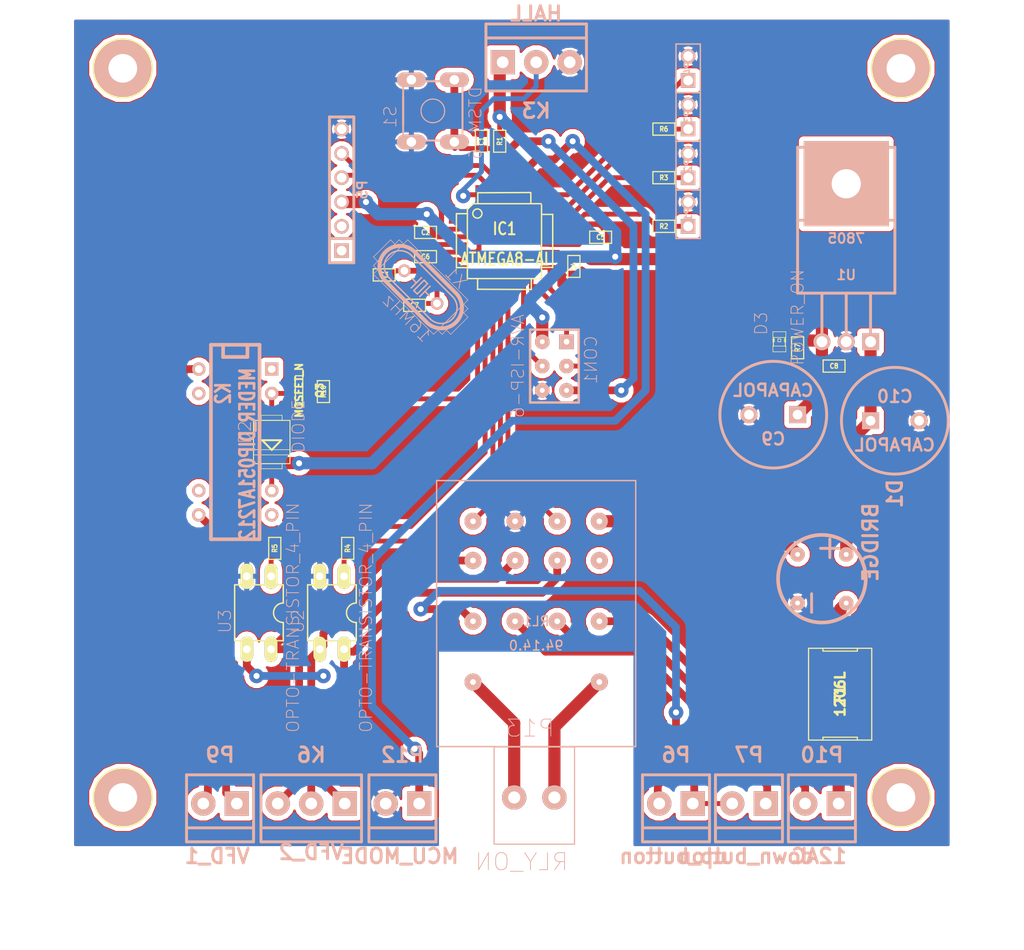
<source format=kicad_pcb>
(kicad_pcb (version 3) (host pcbnew "(2013-02-14 BZR 3950)-testing")
  (layers (15 F.Cu signal) (0 B.Cu signal) (18 B.Paste user) (19 F.Paste user) (20 B.SilkS user) (21 F.SilkS user) (22 B.Mask user) (23 F.Mask user) (28 Edge.Cuts user))
  (net 0 "")
  (net 1 /+V)
  (net 2 /SC)
  (net 3 /analog_input)
  (net 4 /db_bot)
  (net 5 /db_top)
  (net 6 /digital_input0)
  (net 7 /digital_input1)
  (net 8 /down_button_sense)
  (net 9 /down_switch)
  (net 10 /hall_sensor)
  (net 11 /mode_programming)
  (net 12 /reset)
  (net 13 /rxd)
  (net 14 /speed_select)
  (net 15 /txd)
  (net 16 /ub_top)
  (net 17 /up_button_sense)
  (net 18 /up_switch)
  (net 19 GND)
  (net 20 N-000001)
  (net 21 N-0000011)
  (net 22 N-0000012)
  (net 23 N-0000013)
  (net 24 N-0000015)
  (net 25 N-0000016)
  (net 26 N-0000017)
  (net 27 N-000002)
  (net 28 N-0000024)
  (net 29 N-0000027)
  (net 30 N-0000028)
  (net 31 N-0000034)
  (net 32 N-0000037)
  (net 33 N-0000038)
  (net 34 N-0000039)
  (net 35 N-000004)
  (net 36 N-0000042)
  (net 37 N-0000043)
  (net 38 N-0000044)
  (net 39 N-0000045)
  (net 40 N-0000046)
  (net 41 N-0000047)
  (net 42 N-0000049)
  (net 43 N-0000056)
  (net 44 VCC)
  (module led-CHIP-LED0805 (layer F.Cu) (at 165.735 90.17)
    (fp_text reference D3 (at -1.905 -1.905 90) (layer B.SilkS) (effects (font (size 1.27 1.27) (thickness 0.0889))))
    (fp_text value POWER_ON (at 1.905 -2.54 90) (layer B.SilkS) (effects (font (size 1.27 1.27) (thickness 0.0889))))
    (pad 1 smd rect (at 0 1.04902) (size 1.19888 1.19888) (layers F.Cu F.Paste F.Mask) (net 30 N-0000028))
    (pad 2 smd rect (at 0 -1.04902) (size 1.19888 1.19888) (layers F.Cu F.Paste F.Mask) (net 19 GND))
  )
  (module connect-CLAMP-02 (layer B.Cu) (at 142.24 137.795 180)
    (fp_text reference P13 (at 2.54 7.23646 180) (layer B.SilkS) (effects (font (size 1.778 1.778) (thickness 0.0889)) (justify mirror)))
    (fp_text value RLY_ON (at 3.429 -6.731 180) (layer B.SilkS) (effects (font (size 1.778 1.778) (thickness 0.0889)) (justify mirror)))
    (pad 1 thru_hole circle (at 0 0 180) (size 2.54 2.54) (drill 1.27) (layers *.Cu B.Paste B.SilkS B.Mask) (net 39 N-0000045))
    (pad 2 thru_hole circle (at 4.20116 0 180) (size 2.54 2.54) (drill 1.27) (layers *.Cu B.Paste B.SilkS B.Mask) (net 41 N-0000047))
  )
  (module atmel-AVR-ISP-6 (layer B.Cu) (at 142.24 92.71 270)
    (fp_text reference CON1 (at -0.635 -3.81 270) (layer B.SilkS) (effects (font (size 1.27 1.27) (thickness 0.0889)) (justify mirror)))
    (fp_text value AVR-ISP-6 (at 0 3.81 270) (layer B.SilkS) (effects (font (size 1.27 1.27) (thickness 0.0889)) (justify mirror)))
    (pad 1 thru_hole rect (at -2.54 -1.27 270) (size 1.524 0) (drill 1.016) (layers *.Cu B.Paste B.SilkS B.Mask) (net 23 N-0000013))
    (pad 2 thru_hole circle (at -2.54 1.27 270) (size 1.524 1.524) (drill 0.508) (layers *.Cu B.Paste B.SilkS B.Mask) (net 44 VCC))
    (pad 3 thru_hole circle (at 0 -1.27 270) (size 1.524 1.524) (drill 0.508) (layers *.Cu B.Paste B.SilkS B.Mask) (net 22 N-0000012))
    (pad 4 thru_hole circle (at 0 1.27 270) (size 1.524 1.524) (drill 0.508) (layers *.Cu B.Paste B.SilkS B.Mask) (net 21 N-0000011))
    (pad 5 thru_hole circle (at 2.54 -1.27 270) (size 1.524 1.524) (drill 0.508) (layers *.Cu B.Paste B.SilkS B.Mask) (net 12 /reset))
    (pad 6 thru_hole circle (at 2.54 1.27 270) (size 1.524 1.524) (drill 0.508) (layers *.Cu B.Paste B.SilkS B.Mask) (net 19 GND))
    (pad 1 thru_hole rect (at -2.54 -1.27 270) (size 1.524 1.524) (drill 0.59944) (layers *.Cu *.Mask B.SilkS) (net 23 N-0000013))
  )
  (module TO220 (layer B.Cu) (at 172.72 90.17 90)
    (fp_text reference U1 (at 6.985 0 360) (layer B.SilkS) (effects (font (size 1.016 1.016) (thickness 0.2032)) (justify mirror)))
    (fp_text value 7805 (at 10.795 0 360) (layer B.SilkS) (effects (font (size 1.016 1.016) (thickness 0.2032)) (justify mirror)))
    (pad 1 thru_hole rect (at 0 2.54 90) (size 1.778 1.778) (drill 1.143) (layers *.Cu *.Mask B.SilkS) (net 40 N-0000046))
    (pad 2 thru_hole circle (at 0 0 90) (size 1.778 1.778) (drill 1.143) (layers *.Cu *.Mask B.SilkS) (net 19 GND))
    (pad 3 thru_hole circle (at 0 -2.54 90) (size 1.778 1.778) (drill 1.143) (layers *.Cu *.Mask B.SilkS) (net 44 VCC))
    (pad 4 thru_hole rect (at 16.51 0 90) (size 8.89 8.89) (drill 3.048) (layers *.Cu *.SilkS *.Mask))
  )
  (module TQFP32 (layer F.Cu) (at 137.033 79.629)
    (fp_text reference IC1 (at 0 -1.27) (layer F.SilkS) (effects (font (size 1.27 1.016) (thickness 0.2032))))
    (fp_text value ATMEGA8-AI (at 0 1.905) (layer F.SilkS) (effects (font (size 1.27 1.016) (thickness 0.2032))))
    (pad 8 smd rect (at -4.81584 2.77622) (size 1.99898 0.44958) (layers F.Cu F.Paste F.Mask) (net 36 N-0000042))
    (pad 7 smd rect (at -4.81584 1.97612) (size 1.99898 0.44958) (layers F.Cu F.Paste F.Mask) (net 43 N-0000056))
    (pad 6 smd rect (at -4.81584 1.17602) (size 1.99898 0.44958) (layers F.Cu F.Paste F.Mask) (net 44 VCC))
    (pad 5 smd rect (at -4.81584 0.37592) (size 1.99898 0.44958) (layers F.Cu F.Paste F.Mask) (net 19 GND))
    (pad 4 smd rect (at -4.81584 -0.42418) (size 1.99898 0.44958) (layers F.Cu F.Paste F.Mask) (net 44 VCC))
    (pad 3 smd rect (at -4.81584 -1.22428) (size 1.99898 0.44958) (layers F.Cu F.Paste F.Mask) (net 19 GND))
    (pad 2 smd rect (at -4.81584 -2.02438) (size 1.99898 0.44958) (layers F.Cu F.Paste F.Mask))
    (pad 1 smd rect (at -4.81584 -2.82448) (size 1.99898 0.44958) (layers F.Cu F.Paste F.Mask))
    (pad 24 smd rect (at 4.7498 -2.8194) (size 1.99898 0.44958) (layers F.Cu F.Paste F.Mask) (net 25 N-0000016))
    (pad 17 smd rect (at 4.7498 2.794) (size 1.99898 0.44958) (layers F.Cu F.Paste F.Mask) (net 22 N-0000012))
    (pad 18 smd rect (at 4.7498 1.9812) (size 1.99898 0.44958) (layers F.Cu F.Paste F.Mask) (net 44 VCC))
    (pad 19 smd rect (at 4.7498 1.1684) (size 1.99898 0.44958) (layers F.Cu F.Paste F.Mask))
    (pad 20 smd rect (at 4.7498 0.381) (size 1.99898 0.44958) (layers F.Cu F.Paste F.Mask) (net 42 N-0000049))
    (pad 21 smd rect (at 4.7498 -0.4318) (size 1.99898 0.44958) (layers F.Cu F.Paste F.Mask) (net 19 GND))
    (pad 22 smd rect (at 4.7498 -1.2192) (size 1.99898 0.44958) (layers F.Cu F.Paste F.Mask) (net 37 N-0000043))
    (pad 23 smd rect (at 4.7498 -2.032) (size 1.99898 0.44958) (layers F.Cu F.Paste F.Mask) (net 38 N-0000044))
    (pad 32 smd rect (at -2.82448 -4.826) (size 0.44958 1.99898) (layers F.Cu F.Paste F.Mask) (net 10 /hall_sensor))
    (pad 31 smd rect (at -2.02692 -4.826) (size 0.44958 1.99898) (layers F.Cu F.Paste F.Mask) (net 15 /txd))
    (pad 30 smd rect (at -1.22428 -4.826) (size 0.44958 1.99898) (layers F.Cu F.Paste F.Mask) (net 13 /rxd))
    (pad 29 smd rect (at -0.42672 -4.826) (size 0.44958 1.99898) (layers F.Cu F.Paste F.Mask) (net 12 /reset))
    (pad 28 smd rect (at 0.37592 -4.826) (size 0.44958 1.99898) (layers F.Cu F.Paste F.Mask))
    (pad 27 smd rect (at 1.17348 -4.826) (size 0.44958 1.99898) (layers F.Cu F.Paste F.Mask))
    (pad 26 smd rect (at 1.97612 -4.826) (size 0.44958 1.99898) (layers F.Cu F.Paste F.Mask) (net 11 /mode_programming))
    (pad 25 smd rect (at 2.77368 -4.826) (size 0.44958 1.99898) (layers F.Cu F.Paste F.Mask) (net 24 N-0000015))
    (pad 9 smd rect (at -2.8194 4.7752) (size 0.44958 1.99898) (layers F.Cu F.Paste F.Mask) (net 14 /speed_select))
    (pad 10 smd rect (at -2.032 4.7752) (size 0.44958 1.99898) (layers F.Cu F.Paste F.Mask) (net 9 /down_switch))
    (pad 11 smd rect (at -1.2192 4.7752) (size 0.44958 1.99898) (layers F.Cu F.Paste F.Mask) (net 18 /up_switch))
    (pad 12 smd rect (at -0.4318 4.7752) (size 0.44958 1.99898) (layers F.Cu F.Paste F.Mask) (net 17 /up_button_sense))
    (pad 13 smd rect (at 0.3556 4.7752) (size 0.44958 1.99898) (layers F.Cu F.Paste F.Mask) (net 8 /down_button_sense))
    (pad 14 smd rect (at 1.1684 4.7752) (size 0.44958 1.99898) (layers F.Cu F.Paste F.Mask))
    (pad 15 smd rect (at 1.9812 4.7752) (size 0.44958 1.99898) (layers F.Cu F.Paste F.Mask) (net 21 N-0000011))
    (pad 16 smd rect (at 2.794 4.7752) (size 0.44958 1.99898) (layers F.Cu F.Paste F.Mask) (net 23 N-0000013))
  )
  (module SM0603 (layer F.Cu) (at 153.67 78.105)
    (fp_text reference R2 (at 0 0) (layer F.SilkS) (effects (font (size 0.508 0.4572) (thickness 0.1143))))
    (fp_text value R hide)
    (pad 1 smd rect (at -0.762 0) (size 0.635 1.143) (layers F.Cu F.Paste F.Mask) (net 37 N-0000043))
    (pad 2 smd rect (at 0.762 0) (size 0.635 1.143) (layers F.Cu F.Paste F.Mask) (net 26 N-0000017))
  )
  (module SM0603 (layer F.Cu) (at 153.67 73.025)
    (fp_text reference R3 (at 0 0) (layer F.SilkS) (effects (font (size 0.508 0.4572) (thickness 0.1143))))
    (fp_text value R hide)
    (pad 1 smd rect (at -0.762 0) (size 0.635 1.143) (layers F.Cu F.Paste F.Mask) (net 38 N-0000044))
    (pad 2 smd rect (at 0.762 0) (size 0.635 1.143) (layers F.Cu F.Paste F.Mask) (net 20 N-000001))
  )
  (module SM0603 (layer F.Cu) (at 153.67 67.945)
    (fp_text reference R6 (at 0 0) (layer F.SilkS) (effects (font (size 0.508 0.4572) (thickness 0.1143))))
    (fp_text value R hide)
    (pad 1 smd rect (at -0.762 0) (size 0.635 1.143) (layers F.Cu F.Paste F.Mask) (net 25 N-0000016))
    (pad 2 smd rect (at 0.762 0) (size 0.635 1.143) (layers F.Cu F.Paste F.Mask) (net 27 N-000002))
  )
  (module SM0603 (layer F.Cu) (at 136.525 69.215 90)
    (fp_text reference R1 (at 0 0 90) (layer F.SilkS) (effects (font (size 0.508 0.4572) (thickness 0.1143))))
    (fp_text value R hide)
    (pad 1 smd rect (at -0.762 0 90) (size 0.635 1.143) (layers F.Cu F.Paste F.Mask) (net 12 /reset))
    (pad 2 smd rect (at 0.762 0 90) (size 0.635 1.143) (layers F.Cu F.Paste F.Mask) (net 44 VCC))
  )
  (module SM0603 (layer F.Cu) (at 120.65 111.76 270)
    (fp_text reference R4 (at 0 0 270) (layer F.SilkS) (effects (font (size 0.508 0.4572) (thickness 0.1143))))
    (fp_text value R hide)
    (pad 1 smd rect (at -0.762 0 270) (size 0.635 1.143) (layers F.Cu F.Paste F.Mask) (net 18 /up_switch))
    (pad 2 smd rect (at 0.762 0 270) (size 0.635 1.143) (layers F.Cu F.Paste F.Mask) (net 29 N-0000027))
  )
  (module SM0603 (layer F.Cu) (at 113.03 111.76 270)
    (fp_text reference R5 (at 0 0 270) (layer F.SilkS) (effects (font (size 0.508 0.4572) (thickness 0.1143))))
    (fp_text value R hide)
    (pad 1 smd rect (at -0.762 0 270) (size 0.635 1.143) (layers F.Cu F.Paste F.Mask) (net 9 /down_switch))
    (pad 2 smd rect (at 0.762 0 270) (size 0.635 1.143) (layers F.Cu F.Paste F.Mask) (net 28 N-0000024))
  )
  (module SM0603 (layer F.Cu) (at 118.11 95.377 90)
    (fp_text reference R10 (at 0 0 90) (layer F.SilkS) (effects (font (size 0.508 0.4572) (thickness 0.1143))))
    (fp_text value R hide)
    (pad 1 smd rect (at -0.762 0 90) (size 0.635 1.143) (layers F.Cu F.Paste F.Mask) (net 14 /speed_select))
    (pad 2 smd rect (at 0.762 0 90) (size 0.635 1.143) (layers F.Cu F.Paste F.Mask) (net 19 GND))
  )
  (module PIN_ARRAY_2X1 (layer B.Cu) (at 156.21 61.595 90)
    (fp_text reference P4 (at 0 0 90) (layer B.SilkS) (effects (font (size 0.762 0.762) (thickness 0.1524)) (justify mirror)))
    (fp_text value PROGRAM_BUTTON hide)
    (pad 1 thru_hole rect (at -1.27 0 90) (size 1.524 1.524) (drill 1.016) (layers *.Cu *.Mask B.SilkS) (net 24 N-0000015))
    (pad 2 thru_hole circle (at 1.27 0 90) (size 1.524 1.524) (drill 1.016) (layers *.Cu *.Mask B.SilkS) (net 19 GND))
  )
  (module PIN_ARRAY_2X1 (layer B.Cu) (at 156.21 76.835 90)
    (fp_text reference P1 (at 0 0 90) (layer B.SilkS) (effects (font (size 0.762 0.762) (thickness 0.1524)) (justify mirror)))
    (fp_text value LED_BOTTOM hide)
    (pad 1 thru_hole rect (at -1.27 0 90) (size 1.524 1.524) (drill 1.016) (layers *.Cu *.Mask B.SilkS) (net 26 N-0000017))
    (pad 2 thru_hole circle (at 1.27 0 90) (size 1.524 1.524) (drill 1.016) (layers *.Cu *.Mask B.SilkS) (net 19 GND))
  )
  (module PIN_ARRAY_2X1 (layer B.Cu) (at 156.21 66.675 90)
    (fp_text reference P3 (at 0 0 90) (layer B.SilkS) (effects (font (size 0.762 0.762) (thickness 0.1524)) (justify mirror)))
    (fp_text value LED_TOP hide)
    (pad 1 thru_hole rect (at -1.27 0 90) (size 1.524 1.524) (drill 1.016) (layers *.Cu *.Mask B.SilkS) (net 27 N-000002))
    (pad 2 thru_hole circle (at 1.27 0 90) (size 1.524 1.524) (drill 1.016) (layers *.Cu *.Mask B.SilkS) (net 19 GND))
  )
  (module PIN_ARRAY_2X1 (layer B.Cu) (at 156.21 71.755 90)
    (fp_text reference P2 (at 0 0 90) (layer B.SilkS) (effects (font (size 0.762 0.762) (thickness 0.1524)) (justify mirror)))
    (fp_text value LED_MIDDLE hide)
    (pad 1 thru_hole rect (at -1.27 0 90) (size 1.524 1.524) (drill 1.016) (layers *.Cu *.Mask B.SilkS) (net 20 N-000001))
    (pad 2 thru_hole circle (at 1.27 0 90) (size 1.524 1.524) (drill 1.016) (layers *.Cu *.Mask B.SilkS) (net 19 GND))
  )
  (module SM0603_Capa (layer F.Cu) (at 171.45 92.71)
    (fp_text reference C8 (at 0 0) (layer F.SilkS) (effects (font (size 0.508 0.4572) (thickness 0.1143))))
    (fp_text value C hide)
    (pad 1 smd rect (at -0.762 0) (size 0.635 1.143) (layers F.Cu F.Paste F.Mask) (net 44 VCC))
    (pad 2 smd rect (at 0.762 0) (size 0.635 1.143) (layers F.Cu F.Paste F.Mask) (net 19 GND))
  )
  (module SM0603_Capa (layer F.Cu) (at 127.635 86.36)
    (fp_text reference C7 (at 0 0) (layer F.SilkS) (effects (font (size 0.508 0.4572) (thickness 0.1143))))
    (fp_text value 18pF hide)
    (pad 1 smd rect (at -0.762 0) (size 0.635 1.143) (layers F.Cu F.Paste F.Mask) (net 19 GND))
    (pad 2 smd rect (at 0.762 0) (size 0.635 1.143) (layers F.Cu F.Paste F.Mask) (net 36 N-0000042))
  )
  (module SM0603_Capa (layer F.Cu) (at 147.066 79.248 180)
    (fp_text reference C5 (at 0 0 180) (layer F.SilkS) (effects (font (size 0.508 0.4572) (thickness 0.1143))))
    (fp_text value C hide)
    (pad 1 smd rect (at -0.762 0 180) (size 0.635 1.143) (layers F.Cu F.Paste F.Mask) (net 19 GND))
    (pad 2 smd rect (at 0.762 0 180) (size 0.635 1.143) (layers F.Cu F.Paste F.Mask) (net 42 N-0000049))
  )
  (module SM0603_Capa (layer F.Cu) (at 144.272 82.296 90)
    (fp_text reference C4 (at 0 0 90) (layer F.SilkS) (effects (font (size 0.508 0.4572) (thickness 0.1143))))
    (fp_text value C hide)
    (pad 1 smd rect (at -0.762 0 90) (size 0.635 1.143) (layers F.Cu F.Paste F.Mask) (net 19 GND))
    (pad 2 smd rect (at 0.762 0 90) (size 0.635 1.143) (layers F.Cu F.Paste F.Mask) (net 44 VCC))
  )
  (module SM0603_Capa (layer F.Cu) (at 128.778 81.28)
    (fp_text reference C6 (at 0 0) (layer F.SilkS) (effects (font (size 0.508 0.4572) (thickness 0.1143))))
    (fp_text value C hide)
    (pad 1 smd rect (at -0.762 0) (size 0.635 1.143) (layers F.Cu F.Paste F.Mask) (net 19 GND))
    (pad 2 smd rect (at 0.762 0) (size 0.635 1.143) (layers F.Cu F.Paste F.Mask) (net 44 VCC))
  )
  (module SM0603_Capa (layer F.Cu) (at 124.46 83.185)
    (fp_text reference C3 (at 0 0) (layer F.SilkS) (effects (font (size 0.508 0.4572) (thickness 0.1143))))
    (fp_text value 18pF hide)
    (pad 1 smd rect (at -0.762 0) (size 0.635 1.143) (layers F.Cu F.Paste F.Mask) (net 19 GND))
    (pad 2 smd rect (at 0.762 0) (size 0.635 1.143) (layers F.Cu F.Paste F.Mask) (net 43 N-0000056))
  )
  (module SM0603_Capa (layer F.Cu) (at 134.62 69.215 90)
    (fp_text reference C1 (at 0 0 90) (layer F.SilkS) (effects (font (size 0.508 0.4572) (thickness 0.1143))))
    (fp_text value C hide)
    (pad 1 smd rect (at -0.762 0 90) (size 0.635 1.143) (layers F.Cu F.Paste F.Mask) (net 12 /reset))
    (pad 2 smd rect (at 0.762 0 90) (size 0.635 1.143) (layers F.Cu F.Paste F.Mask) (net 19 GND))
  )
  (module SM0603_Capa (layer F.Cu) (at 128.778 78.74 180)
    (fp_text reference C2 (at 0 0 180) (layer F.SilkS) (effects (font (size 0.508 0.4572) (thickness 0.1143))))
    (fp_text value C hide)
    (pad 1 smd rect (at -0.762 0 180) (size 0.635 1.143) (layers F.Cu F.Paste F.Mask) (net 44 VCC))
    (pad 2 smd rect (at 0.762 0 180) (size 0.635 1.143) (layers F.Cu F.Paste F.Mask) (net 19 GND))
  )
  (module diode-SMB (layer F.Cu) (at 112.7125 100.6475 90)
    (fp_text reference D2 (at 1.016 -2.794 90) (layer B.SilkS) (effects (font (size 1.27 1.27) (thickness 0.0889))))
    (fp_text value DIODE (at 1.651 2.794 90) (layer B.SilkS) (effects (font (size 1.27 1.27) (thickness 0.0889))))
    (pad 1 smd rect (at 2.19964 0 90) (size 2.39776 2.39776) (layers F.Cu F.Paste F.Mask) (net 31 N-0000034))
    (pad 2 smd rect (at -2.19964 0 90) (size 2.39776 2.39776) (layers F.Cu F.Paste F.Mask) (net 44 VCC))
  )
  (module SOT23GDS (layer F.Cu) (at 115.57 95.25 270)
    (fp_text reference Q3 (at 0 -2.159 270) (layer F.SilkS) (effects (font (size 0.762 0.762) (thickness 0.2032))))
    (fp_text value MOSFET_N (at 0 0 270) (layer F.SilkS) (effects (font (size 0.762 0.762) (thickness 0.2032))))
    (pad S smd rect (at -0.889 -1.016 270) (size 0.9144 0.9144) (layers F.Cu F.Paste F.Mask) (net 19 GND))
    (pad G smd rect (at 0.889 -1.016 270) (size 0.9144 0.9144) (layers F.Cu F.Paste F.Mask) (net 14 /speed_select))
    (pad D smd rect (at 0 1.016 270) (size 0.9144 0.9144) (layers F.Cu F.Paste F.Mask) (net 31 N-0000034))
  )
  (module C2V10 (layer B.Cu) (at 177.8 98.425)
    (fp_text reference C10 (at 0 -2.54) (layer B.SilkS) (effects (font (size 1.27 1.27) (thickness 0.254)) (justify mirror)))
    (fp_text value CAPAPOL (at 0 2.54) (layer B.SilkS) (effects (font (size 1.27 1.27) (thickness 0.254)) (justify mirror)))
    (pad 1 thru_hole rect (at -2.54 0) (size 1.778 1.778) (drill 1.016) (layers *.Cu *.Mask B.SilkS) (net 40 N-0000046))
    (pad 2 thru_hole circle (at 2.54 0) (size 1.778 1.778) (drill 1.016) (layers *.Cu *.Mask B.SilkS) (net 19 GND))
  )
  (module C2V10 (layer B.Cu) (at 165.1 97.79 180)
    (fp_text reference C9 (at 0 -2.54 180) (layer B.SilkS) (effects (font (size 1.27 1.27) (thickness 0.254)) (justify mirror)))
    (fp_text value CAPAPOL (at 0 2.54 180) (layer B.SilkS) (effects (font (size 1.27 1.27) (thickness 0.254)) (justify mirror)))
    (pad 1 thru_hole rect (at -2.54 0 180) (size 1.778 1.778) (drill 1.016) (layers *.Cu *.Mask B.SilkS) (net 44 VCC))
    (pad 2 thru_hole circle (at 2.54 0 180) (size 1.778 1.778) (drill 1.016) (layers *.Cu *.Mask B.SilkS) (net 19 GND))
  )
  (module Bridge-rond (layer B.Cu) (at 172.72 117.475 90)
    (fp_text reference D1 (at 11.43 5.08 90) (layer B.SilkS) (effects (font (size 1.524 1.524) (thickness 0.3048)) (justify mirror)))
    (fp_text value BRIDGE (at 6.35 2.54 90) (layer B.SilkS) (effects (font (size 1.524 1.524) (thickness 0.3048)) (justify mirror)))
    (fp_text user + (at 5.715 -1.905 90) (layer B.SilkS) (effects (font (size 2.54 2.54) (thickness 0.3048)) (justify mirror)))
    (fp_text user - (at 0 -3.81 90) (layer B.SilkS) (effects (font (size 2.54 2.54) (thickness 0.3048)) (justify mirror)))
    (pad 1 thru_hole circle (at 0 -5.08 90) (size 1.524 1.524) (drill 0.508) (layers *.Cu *.SilkS *.Mask) (net 19 GND))
    (pad 2 thru_hole circle (at 5.08 -5.08 90) (size 1.524 1.524) (drill 0.508) (layers *.Cu *.SilkS *.Mask) (net 32 N-0000037))
    (pad 3 thru_hole circle (at 5.08 0 90) (size 1.524 1.524) (drill 0.508) (layers *.Cu *.SilkS *.Mask) (net 40 N-0000046))
    (pad 4 thru_hole circle (at 0 0 90) (size 1.524 1.524) (drill 0.508) (layers *.Cu *.SilkS *.Mask) (net 35 N-000004))
  )
  (module crystal-HC49/S (layer B.Cu) (at 128.27 84.455 135)
    (fp_text reference X1 (at -1.905 3.302 135) (layer B.SilkS) (effects (font (size 1.27 1.27) (thickness 0.0889)) (justify mirror)))
    (fp_text value 16MHz (at -1.27 -3.302 135) (layer B.SilkS) (effects (font (size 1.27 1.27) (thickness 0.0889)) (justify mirror)))
    (pad 1 thru_hole circle (at -2.413 0 135) (size 1.3208 1.3208) (drill 0.8128) (layers *.Cu B.Paste B.SilkS B.Mask) (net 36 N-0000042))
    (pad 2 thru_hole circle (at 2.413 0 135) (size 1.3208 1.3208) (drill 0.8128) (layers *.Cu B.Paste B.SilkS B.Mask) (net 43 N-0000056))
  )
  (module optocoupler-2-DIL04 (layer F.Cu) (at 111.379 118.491 180)
    (fp_text reference U3 (at 3.556 -0.889 270) (layer B.SilkS) (effects (font (size 1.27 1.27) (thickness 0.0889))))
    (fp_text value OPTO-TRANSISTOR_4_PIN (at -3.556 -0.508 270) (layer B.SilkS) (effects (font (size 1.27 1.27) (thickness 0.0889))))
    (pad 1 thru_hole oval (at -1.27 3.81 180) (size 1.3208 2.6416) (drill 0.8128) (layers *.Cu F.Paste F.SilkS F.Mask) (net 28 N-0000024))
    (pad 2 thru_hole oval (at 1.27 3.81 180) (size 1.3208 2.6416) (drill 0.8128) (layers *.Cu F.Paste F.SilkS F.Mask) (net 19 GND))
    (pad 3 thru_hole oval (at 1.27 -3.81 180) (size 1.3208 2.6416) (drill 0.8128) (layers *.Cu F.Paste F.SilkS F.Mask) (net 2 /SC))
    (pad 4 thru_hole oval (at -1.27 -3.81 180) (size 1.3208 2.6416) (drill 0.8128) (layers *.Cu F.Paste F.SilkS F.Mask) (net 7 /digital_input1))
  )
  (module optocoupler-2-DIL04 (layer F.Cu) (at 118.999 118.491 180)
    (fp_text reference U2 (at 3.556 -0.889 270) (layer B.SilkS) (effects (font (size 1.27 1.27) (thickness 0.0889))))
    (fp_text value OPTO-TRANSISTOR_4_PIN (at -3.556 -0.508 270) (layer B.SilkS) (effects (font (size 1.27 1.27) (thickness 0.0889))))
    (pad 1 thru_hole oval (at -1.27 3.81 180) (size 1.3208 2.6416) (drill 0.8128) (layers *.Cu F.Paste F.SilkS F.Mask) (net 29 N-0000027))
    (pad 2 thru_hole oval (at 1.27 3.81 180) (size 1.3208 2.6416) (drill 0.8128) (layers *.Cu F.Paste F.SilkS F.Mask) (net 19 GND))
    (pad 3 thru_hole oval (at 1.27 -3.81 180) (size 1.3208 2.6416) (drill 0.8128) (layers *.Cu F.Paste F.SilkS F.Mask) (net 2 /SC))
    (pad 4 thru_hole oval (at -1.27 -3.81 180) (size 1.3208 2.6416) (drill 0.8128) (layers *.Cu F.Paste F.SilkS F.Mask) (net 6 /digital_input0))
  )
  (module 94.14.0 (layer B.Cu) (at 140.335 119.38 180)
    (fp_text reference RL1 (at 0 0 180) (layer B.SilkS) (effects (font (size 1.00076 1.00076) (thickness 0.14986)) (justify mirror)))
    (fp_text value 94.14.0 (at 0 -2.54 180) (layer B.SilkS) (effects (font (size 1.00076 1.00076) (thickness 0.14986)) (justify mirror)))
    (pad 10 thru_hole circle (at 2.19964 0 180) (size 1.778 1.778) (drill 0.59944) (layers *.Cu *.Mask B.SilkS) (net 4 /db_bot))
    (pad 11 thru_hole circle (at -2.19964 0 180) (size 1.778 1.778) (drill 0.59944) (layers *.Cu *.Mask B.SilkS) (net 5 /db_top))
    (pad 9 thru_hole circle (at 6.59892 0 180) (size 1.778 1.778) (drill 0.59944) (layers *.Cu *.Mask B.SilkS) (net 16 /ub_top))
    (pad 12 thru_hole circle (at -6.59892 0 180) (size 1.778 1.778) (drill 0.59944) (layers *.Cu *.Mask B.SilkS) (net 34 N-0000039))
    (pad 8 thru_hole circle (at -6.59892 6.35 180) (size 1.778 1.778) (drill 0.59944) (layers *.Cu *.Mask B.SilkS))
    (pad 7 thru_hole circle (at -2.19964 6.35 180) (size 1.778 1.778) (drill 0.59944) (layers *.Cu *.Mask B.SilkS) (net 6 /digital_input0))
    (pad 6 thru_hole circle (at 2.19964 6.35 180) (size 1.778 1.778) (drill 0.59944) (layers *.Cu *.Mask B.SilkS) (net 2 /SC))
    (pad 5 thru_hole circle (at 6.59892 6.35 180) (size 1.778 1.778) (drill 0.59944) (layers *.Cu *.Mask B.SilkS) (net 7 /digital_input1))
    (pad 1 thru_hole circle (at 6.59892 10.44956 180) (size 1.778 1.778) (drill 0.59944) (layers *.Cu *.Mask B.SilkS) (net 17 /up_button_sense))
    (pad 2 thru_hole circle (at 2.19964 10.44956 180) (size 1.778 1.778) (drill 0.59944) (layers *.Cu *.Mask B.SilkS) (net 19 GND))
    (pad 3 thru_hole circle (at -2.19964 10.44956 180) (size 1.778 1.778) (drill 0.59944) (layers *.Cu *.Mask B.SilkS) (net 8 /down_button_sense))
    (pad 4 thru_hole circle (at -6.59892 10.44956 180) (size 1.778 1.778) (drill 0.59944) (layers *.Cu *.Mask B.SilkS) (net 32 N-0000037))
    (pad 14 thru_hole circle (at -6.59892 -6.35 180) (size 1.778 1.778) (drill 0.59944) (layers *.Cu *.Mask B.SilkS) (net 39 N-0000045))
    (pad 13 thru_hole circle (at 6.59892 -6.35 180) (size 1.778 1.778) (drill 0.59944) (layers *.Cu *.Mask B.SilkS) (net 41 N-0000047))
  )
  (module conn35 (layer B.Cu) (at 162.56 138.43 180)
    (fp_text reference P7 (at 0 5.08 180) (layer B.SilkS) (effects (font (size 1.524 1.524) (thickness 0.3048)) (justify mirror)))
    (fp_text value down_button (at 0.29972 -5.4991 180) (layer B.SilkS) (effects (font (size 1.524 1.524) (thickness 0.3048)) (justify mirror)))
    (pad 1 thru_hole rect (at -1.75006 0 180) (size 2.54 2.54) (drill 1.22428) (layers *.Cu *.Mask B.SilkS) (net 5 /db_top))
    (pad 2 thru_hole circle (at 1.75006 0 180) (size 2.54 2.54) (drill 1.22428) (layers *.Cu *.Mask B.SilkS) (net 4 /db_bot))
  )
  (module conn35 (layer B.Cu) (at 170.18 138.43 180)
    (fp_text reference P10 (at 0 5.08 180) (layer B.SilkS) (effects (font (size 1.524 1.524) (thickness 0.3048)) (justify mirror)))
    (fp_text value 12AC (at 0.29972 -5.4991 180) (layer B.SilkS) (effects (font (size 1.524 1.524) (thickness 0.3048)) (justify mirror)))
    (pad 1 thru_hole rect (at -1.75006 0 180) (size 2.54 2.54) (drill 1.22428) (layers *.Cu *.Mask B.SilkS) (net 33 N-0000038))
    (pad 2 thru_hole circle (at 1.75006 0 180) (size 2.54 2.54) (drill 1.22428) (layers *.Cu *.Mask B.SilkS) (net 34 N-0000039))
  )
  (module conn35 (layer B.Cu) (at 154.94 138.43 180)
    (fp_text reference P6 (at 0 5.08 180) (layer B.SilkS) (effects (font (size 1.524 1.524) (thickness 0.3048)) (justify mirror)))
    (fp_text value up_button (at 0.29972 -5.4991 180) (layer B.SilkS) (effects (font (size 1.524 1.524) (thickness 0.3048)) (justify mirror)))
    (pad 1 thru_hole rect (at -1.75006 0 180) (size 2.54 2.54) (drill 1.22428) (layers *.Cu *.Mask B.SilkS) (net 4 /db_bot))
    (pad 2 thru_hole circle (at 1.75006 0 180) (size 2.54 2.54) (drill 1.22428) (layers *.Cu *.Mask B.SilkS) (net 16 /ub_top))
  )
  (module conn35 (layer B.Cu) (at 107.315 138.43 180)
    (fp_text reference P9 (at 0 5.08 180) (layer B.SilkS) (effects (font (size 1.524 1.524) (thickness 0.3048)) (justify mirror)))
    (fp_text value VFD_1 (at 0.29972 -5.4991 180) (layer B.SilkS) (effects (font (size 1.524 1.524) (thickness 0.3048)) (justify mirror)))
    (pad 1 thru_hole rect (at -1.75006 0 180) (size 2.54 2.54) (drill 1.22428) (layers *.Cu *.Mask B.SilkS) (net 1 /+V))
    (pad 2 thru_hole circle (at 1.75006 0 180) (size 2.54 2.54) (drill 1.22428) (layers *.Cu *.Mask B.SilkS) (net 3 /analog_input))
  )
  (module conn3_35 (layer B.Cu) (at 116.84 138.43 180)
    (fp_text reference K6 (at 0 5.08 180) (layer B.SilkS) (effects (font (size 1.524 1.524) (thickness 0.3048)) (justify mirror)))
    (fp_text value VFD_2 (at 0 -5.08 180) (layer B.SilkS) (effects (font (size 1.524 1.524) (thickness 0.3048)) (justify mirror)))
    (pad 1 thru_hole rect (at -3.50012 0 180) (size 2.54 2.54) (drill 1.22428) (layers *.Cu *.Mask B.SilkS) (net 6 /digital_input0))
    (pad 2 thru_hole circle (at 0 0 180) (size 2.54 2.54) (drill 1.22428) (layers *.Cu *.Mask B.SilkS) (net 2 /SC))
    (pad 3 thru_hole circle (at 3.50012 0 180) (size 2.54 2.54) (drill 1.22428) (layers *.Cu *.Mask B.SilkS) (net 7 /digital_input1))
  )
  (module conn35 (layer B.Cu) (at 126.365 138.43 180)
    (fp_text reference P12 (at 0 5.08 180) (layer B.SilkS) (effects (font (size 1.524 1.524) (thickness 0.3048)) (justify mirror)))
    (fp_text value MCU_MODE (at 0.29972 -5.4991 180) (layer B.SilkS) (effects (font (size 1.524 1.524) (thickness 0.3048)) (justify mirror)))
    (pad 1 thru_hole rect (at -1.75006 0 180) (size 2.54 2.54) (drill 1.22428) (layers *.Cu *.Mask B.SilkS) (net 11 /mode_programming))
    (pad 2 thru_hole circle (at 1.75006 0 180) (size 2.54 2.54) (drill 1.22428) (layers *.Cu *.Mask B.SilkS) (net 19 GND))
  )
  (module DIP-14_RELAY (layer B.Cu) (at 108.9025 100.6475 270)
    (fp_text reference K2 (at -5.08 1.27 270) (layer B.SilkS) (effects (font (size 1.524 1.143) (thickness 0.3048)) (justify mirror)))
    (fp_text value MEDER_DIP051A7212 (at 1.27 -1.27 270) (layer B.SilkS) (effects (font (size 1.524 1.143) (thickness 0.28702)) (justify mirror)))
    (pad 1 thru_hole rect (at -7.62 -3.81 270) (size 1.397 1.397) (drill 0.8128) (layers *.Cu *.Mask B.SilkS))
    (pad 2 thru_hole circle (at -5.08 -3.81 270) (size 1.397 1.397) (drill 0.8128) (layers *.Cu *.Mask B.SilkS) (net 31 N-0000034))
    (pad 6 thru_hole circle (at 5.08 -3.81 270) (size 1.397 1.397) (drill 0.8128) (layers *.Cu *.Mask B.SilkS) (net 44 VCC))
    (pad 7 thru_hole circle (at 7.62 -3.81 270) (size 1.397 1.397) (drill 0.8128) (layers *.Cu *.Mask B.SilkS))
    (pad 8 thru_hole circle (at 7.62 3.81 270) (size 1.397 1.397) (drill 0.8128) (layers *.Cu *.Mask B.SilkS) (net 1 /+V))
    (pad 9 thru_hole circle (at 5.08 3.81 270) (size 1.397 1.397) (drill 0.8128) (layers *.Cu *.Mask B.SilkS))
    (pad 13 thru_hole circle (at -5.08 3.81 270) (size 1.397 1.397) (drill 0.8128) (layers *.Cu *.Mask B.SilkS))
    (pad 14 thru_hole circle (at -7.62 3.81 270) (size 1.397 1.397) (drill 0.8128) (layers *.Cu *.Mask B.SilkS) (net 3 /analog_input))
  )
  (module switch-tact-DTS-6 (layer B.Cu) (at 129.54 66.04 270)
    (fp_text reference S1 (at 0.635 4.445 270) (layer B.SilkS) (effects (font (size 1.27 1.27) (thickness 0.0889)) (justify mirror)))
    (fp_text value DTSM-6 (at 1.27 -4.445 270) (layer B.SilkS) (effects (font (size 1.27 1.27) (thickness 0.0889)) (justify mirror)))
    (pad 1 thru_hole oval (at -3.24866 2.2479 270) (size 1.50622 3.01498) (drill 0.99822) (layers *.Cu B.Paste B.SilkS B.Mask) (net 19 GND))
    (pad 2 thru_hole oval (at 3.24866 2.2479 270) (size 1.50622 3.01498) (drill 0.99822) (layers *.Cu B.Paste B.SilkS B.Mask) (net 19 GND))
    (pad 3 thru_hole oval (at -3.24866 -2.2479 270) (size 1.50622 3.01498) (drill 0.99822) (layers *.Cu B.Paste B.SilkS B.Mask) (net 12 /reset))
    (pad 4 thru_hole oval (at 3.24866 -2.2479 270) (size 1.50622 3.01498) (drill 0.99822) (layers *.Cu B.Paste B.SilkS B.Mask) (net 12 /reset))
  )
  (module conn3_35 (layer B.Cu) (at 140.335 60.96)
    (fp_text reference K3 (at 0 5.08) (layer B.SilkS) (effects (font (size 1.524 1.524) (thickness 0.3048)) (justify mirror)))
    (fp_text value HALL (at 0 -5.08) (layer B.SilkS) (effects (font (size 1.524 1.524) (thickness 0.3048)) (justify mirror)))
    (pad 1 thru_hole rect (at -3.50012 0) (size 2.54 2.54) (drill 1.22428) (layers *.Cu *.Mask B.SilkS) (net 44 VCC))
    (pad 2 thru_hole circle (at 0 0) (size 2.54 2.54) (drill 1.22428) (layers *.Cu *.Mask B.SilkS) (net 10 /hall_sensor))
    (pad 3 thru_hole circle (at 3.50012 0) (size 2.54 2.54) (drill 1.22428) (layers *.Cu *.Mask B.SilkS) (net 19 GND))
  )
  (module HOLE_30 (layer F.Cu) (at 178.435 137.795)
    (fp_text reference HOLE (at 0 0) (layer F.SilkS) (effects (font (size 0.762 0.762) (thickness 0.1524))))
    (fp_text value Val** hide)
    (pad "" np_thru_hole circle (at 0 0) (size 5.99948 5.99948) (drill 2.99974) (layers *.Cu *.SilkS *.Mask))
  )
  (module HOLE_30 (layer F.Cu) (at 178.435 61.595)
    (fp_text reference HOLE (at 0 0) (layer F.SilkS) (effects (font (size 0.762 0.762) (thickness 0.1524))))
    (fp_text value Val** hide)
    (pad "" np_thru_hole circle (at 0 0) (size 5.99948 5.99948) (drill 2.99974) (layers *.Cu *.SilkS *.Mask))
  )
  (module HOLE_30 (layer F.Cu) (at 97.155 61.595)
    (fp_text reference HOLE (at 0 0) (layer F.SilkS) (effects (font (size 0.762 0.762) (thickness 0.1524))))
    (fp_text value Val** hide)
    (pad "" np_thru_hole circle (at 0 0) (size 5.99948 5.99948) (drill 2.99974) (layers *.Cu *.SilkS *.Mask))
  )
  (module HOLE_30 (layer F.Cu) (at 97.155 137.795)
    (fp_text reference HOLE (at 0 0) (layer F.SilkS) (effects (font (size 0.762 0.762) (thickness 0.1524))))
    (fp_text value Val** hide)
    (pad "" np_thru_hole circle (at 0 0) (size 5.99948 5.99948) (drill 2.99974) (layers *.Cu *.SilkS *.Mask))
  )
  (module SM0603 (layer F.Cu) (at 167.64 90.805 90)
    (fp_text reference R7 (at 0 0 90) (layer F.SilkS) (effects (font (size 0.508 0.4572) (thickness 0.1143))))
    (fp_text value 1k hide)
    (pad 1 smd rect (at -0.762 0 90) (size 0.635 1.143) (layers F.Cu F.Paste F.Mask) (net 30 N-0000028))
    (pad 2 smd rect (at 0.762 0 90) (size 0.635 1.143) (layers F.Cu F.Paste F.Mask) (net 44 VCC))
  )
  (module PIN_ARRAY-6X1 (layer B.Cu) (at 120.015 74.295 90)
    (fp_text reference P5 (at 0 2.159 90) (layer B.SilkS) (effects (font (size 1.016 1.016) (thickness 0.2032)) (justify mirror)))
    (fp_text value USB_UART hide)
    (pad 1 thru_hole rect (at -6.35 0 90) (size 1.524 1.524) (drill 1.016) (layers *.Cu *.Mask B.SilkS))
    (pad 2 thru_hole circle (at -3.81 0 90) (size 1.524 1.524) (drill 1.016) (layers *.Cu *.Mask B.SilkS))
    (pad 3 thru_hole circle (at -1.27 0 90) (size 1.524 1.524) (drill 1.016) (layers *.Cu *.Mask B.SilkS) (net 44 VCC))
    (pad 4 thru_hole circle (at 1.27 0 90) (size 1.524 1.524) (drill 1.016) (layers *.Cu *.Mask B.SilkS) (net 15 /txd))
    (pad 5 thru_hole circle (at 3.81 0 90) (size 1.524 1.524) (drill 1.016) (layers *.Cu *.Mask B.SilkS) (net 13 /rxd))
    (pad 6 thru_hole circle (at 6.35 0 90) (size 1.524 1.524) (drill 1.016) (layers *.Cu *.Mask B.SilkS) (net 19 GND))
  )
  (module ptc-littlefuse-3425L (layer F.Cu) (at 172.085 127 270)
    (fp_text reference F1 (at 0 0 270) (layer F.SilkS) (effects (font (size 1.016 1.016) (thickness 0.3048))))
    (fp_text value 1206L (at 0 0 270) (layer F.SilkS) (effects (font (size 1.016 1.016) (thickness 0.3048))))
    (pad P$1 smd rect (at -4.19862 0 270) (size 4.56946 2.28854) (layers F.Cu F.Paste F.Mask) (net 35 N-000004))
    (pad P$2 smd rect (at 4.19862 0 270) (size 4.56946 2.28854) (layers F.Cu F.Paste F.Mask) (net 33 N-0000038))
  )
  (segment (start 105.0925 108.2675) (end 107.95 111.125) (width 0.8128) (layer F.Cu) (net 1))
  (segment (start 107.95 111.125) (end 107.95 137.31494) (width 0.8128) (layer F.Cu) (net 1))
  (segment (start 107.95 137.31494) (end 109.06506 138.43) (width 0.8128) (layer F.Cu) (net 1))
  (segment (start 138.13536 113.03) (end 136.23036 114.935) (width 0.8128) (layer F.Cu) (net 2))
  (segment (start 118.11 121.92) (end 117.729 122.301) (width 0.8128) (layer F.Cu) (net 2))
  (segment (start 118.11 120.65) (end 118.11 121.92) (width 0.8128) (layer F.Cu) (net 2))
  (segment (start 118.745 120.015) (end 118.11 120.65) (width 0.8128) (layer F.Cu) (net 2))
  (segment (start 121.92 120.015) (end 118.745 120.015) (width 0.8128) (layer F.Cu) (net 2))
  (segment (start 127 114.935) (end 121.92 120.015) (width 0.8128) (layer F.Cu) (net 2))
  (segment (start 136.23036 114.935) (end 127 114.935) (width 0.8128) (layer F.Cu) (net 2))
  (segment (start 116.84 125.095) (end 116.84 128.27) (width 0.8128) (layer F.Cu) (net 2))
  (segment (start 116.84 128.27) (end 116.84 138.43) (width 0.8128) (layer F.Cu) (net 2))
  (segment (start 110.109 121.666) (end 110.109 124.079) (width 0.8128) (layer F.Cu) (net 2))
  (segment (start 110.109 124.079) (end 111.125 125.095) (width 0.8128) (layer F.Cu) (net 2))
  (via (at 111.125 125.095) (size 1.524) (layers F.Cu B.Cu) (net 2))
  (segment (start 111.125 125.095) (end 118.11 125.095) (width 0.8128) (layer B.Cu) (net 2))
  (via (at 118.11 125.095) (size 1.524) (layers F.Cu B.Cu) (net 2))
  (segment (start 118.11 125.095) (end 116.84 125.095) (width 0.8128) (layer F.Cu) (net 2))
  (segment (start 116.84 125.095) (end 116.84 123.19) (width 0.8128) (layer F.Cu) (net 2))
  (segment (start 116.84 123.19) (end 117.729 122.301) (width 0.8128) (layer F.Cu) (net 2))
  (segment (start 105.0925 93.0275) (end 103.8225 93.0275) (width 0.8128) (layer F.Cu) (net 3))
  (segment (start 103.8225 93.0275) (end 102.87 93.98) (width 0.8128) (layer F.Cu) (net 3))
  (segment (start 102.87 93.98) (end 102.87 108.585) (width 0.8128) (layer F.Cu) (net 3))
  (segment (start 102.87 108.585) (end 106.045 111.76) (width 0.8128) (layer F.Cu) (net 3))
  (segment (start 106.045 111.76) (end 106.045 137.94994) (width 0.8128) (layer F.Cu) (net 3))
  (segment (start 106.045 137.94994) (end 105.56494 138.43) (width 0.8128) (layer F.Cu) (net 3))
  (segment (start 156.69006 138.43) (end 160.80994 138.43) (width 0.508) (layer F.Cu) (net 4))
  (segment (start 138.13536 119.38) (end 141.31036 122.555) (width 0.8128) (layer F.Cu) (net 4))
  (segment (start 141.31036 122.555) (end 151.13 122.555) (width 0.8128) (layer F.Cu) (net 4))
  (segment (start 151.13 122.555) (end 156.845 128.27) (width 0.8128) (layer F.Cu) (net 4))
  (segment (start 156.845 128.27) (end 156.845 138.27506) (width 0.8128) (layer F.Cu) (net 4))
  (segment (start 156.845 138.27506) (end 156.69006 138.43) (width 0.8128) (layer F.Cu) (net 4))
  (segment (start 151.765 121.285) (end 158.115 127.635) (width 0.8128) (layer F.Cu) (net 5))
  (segment (start 158.115 127.635) (end 158.115 133.985) (width 0.8128) (layer F.Cu) (net 5))
  (segment (start 158.115 133.985) (end 159.385 135.255) (width 0.8128) (layer F.Cu) (net 5))
  (segment (start 159.385 135.255) (end 163.195 135.255) (width 0.8128) (layer F.Cu) (net 5))
  (segment (start 163.195 135.255) (end 164.465 136.525) (width 0.8128) (layer F.Cu) (net 5))
  (segment (start 164.465 136.525) (end 164.465 138.27506) (width 0.8128) (layer F.Cu) (net 5))
  (segment (start 142.53464 119.38) (end 144.43964 121.285) (width 0.8128) (layer F.Cu) (net 5))
  (segment (start 144.43964 121.285) (end 151.765 121.285) (width 0.8128) (layer F.Cu) (net 5))
  (segment (start 164.465 138.27506) (end 164.31006 138.43) (width 0.508) (layer F.Cu) (net 5))
  (segment (start 164.465 138.27506) (end 164.31006 138.43) (width 0.508) (layer F.Cu) (net 5))
  (segment (start 142.53464 113.03) (end 142.53464 114.00536) (width 0.8128) (layer F.Cu) (net 6))
  (segment (start 120.523 122.555) (end 120.269 122.301) (width 0.8128) (layer F.Cu) (net 6))
  (segment (start 121.285 122.555) (end 120.523 122.555) (width 0.8128) (layer F.Cu) (net 6))
  (segment (start 127.43688 116.40312) (end 121.285 122.555) (width 0.8128) (layer F.Cu) (net 6))
  (segment (start 133.15188 116.40312) (end 127.43688 116.40312) (width 0.8128) (layer F.Cu) (net 6))
  (segment (start 140.97 116.40312) (end 133.15188 116.40312) (width 0.8128) (layer F.Cu) (net 6))
  (segment (start 142.53464 114.83848) (end 140.97 116.40312) (width 0.8128) (layer F.Cu) (net 6))
  (segment (start 142.53464 114.00536) (end 142.53464 114.83848) (width 0.8128) (layer F.Cu) (net 6))
  (segment (start 118.11 130.81) (end 118.11 127.635) (width 0.8128) (layer F.Cu) (net 6))
  (segment (start 120.269 125.476) (end 120.269 122.301) (width 0.8128) (layer F.Cu) (net 6))
  (segment (start 120.34012 138.43) (end 118.11 136.19988) (width 0.8128) (layer F.Cu) (net 6))
  (segment (start 118.11 130.81) (end 118.11 136.19988) (width 0.8128) (layer F.Cu) (net 6))
  (segment (start 120.269 125.476) (end 118.11 127.635) (width 0.8128) (layer F.Cu) (net 6))
  (segment (start 120.34012 122.37212) (end 120.269 122.301) (width 0.508) (layer F.Cu) (net 6))
  (segment (start 133.73608 113.03) (end 126.365 113.03) (width 0.8128) (layer F.Cu) (net 7))
  (segment (start 116.84 118.11) (end 112.649 122.301) (width 0.8128) (layer F.Cu) (net 7))
  (segment (start 121.285 118.11) (end 116.84 118.11) (width 0.8128) (layer F.Cu) (net 7))
  (segment (start 126.365 113.03) (end 121.285 118.11) (width 0.8128) (layer F.Cu) (net 7))
  (segment (start 133.67258 113.0935) (end 133.73608 113.03) (width 0.508) (layer F.Cu) (net 7))
  (segment (start 115.57 126.365) (end 115.57 123.19) (width 0.8128) (layer F.Cu) (net 7))
  (segment (start 114.681 122.301) (end 115.57 123.19) (width 0.8128) (layer F.Cu) (net 7))
  (segment (start 115.57 126.365) (end 115.57 136.19988) (width 0.8128) (layer F.Cu) (net 7))
  (segment (start 113.33988 138.43) (end 115.57 136.19988) (width 0.8128) (layer F.Cu) (net 7))
  (segment (start 114.681 122.301) (end 112.649 122.301) (width 0.8128) (layer F.Cu) (net 7))
  (segment (start 137.3886 84.4042) (end 137.3886 103.7844) (width 0.508) (layer F.Cu) (net 8))
  (segment (start 137.3886 103.7844) (end 142.53464 108.93044) (width 0.508) (layer F.Cu) (net 8))
  (segment (start 135.001 84.4042) (end 135.001 101.727) (width 0.508) (layer F.Cu) (net 9))
  (segment (start 114.554 109.474) (end 113.03 110.998) (width 0.508) (layer F.Cu) (net 9))
  (segment (start 127.254 109.474) (end 114.554 109.474) (width 0.508) (layer F.Cu) (net 9))
  (segment (start 135.001 101.727) (end 127.254 109.474) (width 0.508) (layer F.Cu) (net 9))
  (segment (start 132.715 74.93) (end 132.715 74.295) (width 0.508) (layer B.Cu) (net 10))
  (segment (start 132.842 74.803) (end 132.715 74.93) (width 0.508) (layer F.Cu) (net 10))
  (via (at 132.715 74.93) (size 1.524) (layers F.Cu B.Cu) (net 10))
  (segment (start 134.20852 74.803) (end 132.842 74.803) (width 0.508) (layer F.Cu) (net 10))
  (segment (start 140.335 63.5) (end 140.335 60.96) (width 0.508) (layer B.Cu) (net 10))
  (segment (start 139.065 64.77) (end 140.335 63.5) (width 0.508) (layer B.Cu) (net 10))
  (segment (start 135.89 64.77) (end 139.065 64.77) (width 0.508) (layer B.Cu) (net 10))
  (segment (start 134.62 66.04) (end 135.89 64.77) (width 0.508) (layer B.Cu) (net 10))
  (segment (start 134.62 72.39) (end 134.62 66.04) (width 0.508) (layer B.Cu) (net 10))
  (segment (start 132.715 74.295) (end 134.62 72.39) (width 0.508) (layer B.Cu) (net 10))
  (segment (start 127.635 108.585) (end 123.19 113.03) (width 0.8128) (layer B.Cu) (net 11))
  (segment (start 123.19 113.03) (end 123.19 128.27) (width 0.8128) (layer B.Cu) (net 11))
  (segment (start 123.19 128.27) (end 127.635 132.715) (width 0.8128) (layer B.Cu) (net 11))
  (segment (start 139.00912 72.44588) (end 139.00912 74.803) (width 0.508) (layer F.Cu) (net 11))
  (segment (start 128.11506 138.43) (end 128.11506 133.19506) (width 0.8128) (layer F.Cu) (net 11))
  (segment (start 127.635 132.715) (end 128.11506 133.19506) (width 0.8128) (layer F.Cu) (net 11))
  (via (at 127.635 132.715) (size 1.524) (layers F.Cu B.Cu) (net 11))
  (segment (start 137.795 98.425) (end 127.635 108.585) (width 0.8128) (layer B.Cu) (net 11))
  (segment (start 148.59 98.425) (end 137.795 98.425) (width 0.8128) (layer B.Cu) (net 11))
  (segment (start 151.765 95.25) (end 148.59 98.425) (width 0.8128) (layer B.Cu) (net 11))
  (segment (start 151.765 76.835) (end 151.765 95.25) (width 0.8128) (layer B.Cu) (net 11))
  (segment (start 144.145 69.215) (end 151.765 76.835) (width 0.8128) (layer B.Cu) (net 11))
  (via (at 144.145 69.215) (size 1.524) (layers F.Cu B.Cu) (net 11))
  (segment (start 142.24 71.12) (end 144.145 69.215) (width 0.8128) (layer F.Cu) (net 11))
  (segment (start 140.335 71.12) (end 142.24 71.12) (width 0.8128) (layer F.Cu) (net 11))
  (segment (start 139.00912 72.44588) (end 140.335 71.12) (width 0.8128) (layer F.Cu) (net 11))
  (segment (start 141.605 69.215) (end 150.495 78.105) (width 0.8128) (layer B.Cu) (net 12))
  (segment (start 150.495 79.375) (end 150.495 93.98) (width 0.8128) (layer B.Cu) (net 12))
  (via (at 149.225 95.25) (size 1.524) (layers F.Cu B.Cu) (net 12))
  (segment (start 141.605 69.215) (end 139.7 69.215) (width 0.8128) (layer F.Cu) (net 12))
  (via (at 141.605 69.215) (size 1.524) (layers F.Cu B.Cu) (net 12))
  (segment (start 150.495 93.98) (end 149.225 95.25) (width 0.8128) (layer B.Cu) (net 12))
  (segment (start 143.51 95.25) (end 149.225 95.25) (width 0.8128) (layer F.Cu) (net 12))
  (segment (start 137.668 69.977) (end 136.525 69.977) (width 0.8128) (layer F.Cu) (net 12))
  (segment (start 138.43 69.215) (end 137.668 69.977) (width 0.8128) (layer F.Cu) (net 12))
  (segment (start 139.7 69.215) (end 138.43 69.215) (width 0.8128) (layer F.Cu) (net 12))
  (segment (start 150.495 78.105) (end 150.495 79.375) (width 0.8128) (layer B.Cu) (net 12))
  (segment (start 131.7879 69.28866) (end 131.7879 62.79134) (width 0.8128) (layer F.Cu) (net 12))
  (segment (start 134.62 69.977) (end 132.47624 69.977) (width 0.508) (layer F.Cu) (net 12))
  (segment (start 132.47624 69.977) (end 131.7879 69.28866) (width 0.508) (layer F.Cu) (net 12))
  (segment (start 131.84124 69.977) (end 131.7879 69.92366) (width 0.508) (layer F.Cu) (net 12))
  (segment (start 136.525 69.977) (end 134.62 69.977) (width 0.508) (layer F.Cu) (net 12))
  (segment (start 136.60628 74.803) (end 136.60628 70.05828) (width 0.508) (layer F.Cu) (net 12))
  (segment (start 136.60628 70.05828) (end 136.525 69.977) (width 0.508) (layer F.Cu) (net 12))
  (segment (start 136.60628 69.98462) (end 136.525 69.90334) (width 0.508) (layer F.Cu) (net 12))
  (segment (start 136.525 69.90334) (end 136.57834 69.85) (width 0.508) (layer F.Cu) (net 12))
  (segment (start 125.095 71.755) (end 121.285 71.755) (width 0.508) (layer F.Cu) (net 13))
  (segment (start 135.80872 72.81672) (end 134.747 71.755) (width 0.508) (layer F.Cu) (net 13))
  (segment (start 134.747 71.755) (end 125.095 71.755) (width 0.508) (layer F.Cu) (net 13))
  (segment (start 135.80872 74.803) (end 135.80872 72.81672) (width 0.508) (layer F.Cu) (net 13))
  (segment (start 121.285 71.755) (end 120.015 70.485) (width 0.508) (layer F.Cu) (net 13))
  (segment (start 125.476 96.139) (end 132.588 96.139) (width 0.508) (layer F.Cu) (net 14))
  (segment (start 134.2136 94.5134) (end 132.588 96.139) (width 0.508) (layer F.Cu) (net 14))
  (segment (start 134.2136 94.5134) (end 134.2136 84.4042) (width 0.508) (layer F.Cu) (net 14))
  (segment (start 125.603 96.139) (end 125.476 96.139) (width 0.508) (layer F.Cu) (net 14))
  (segment (start 125.476 96.139) (end 118.11 96.139) (width 0.508) (layer F.Cu) (net 14))
  (segment (start 116.586 96.139) (end 118.11 96.139) (width 0.508) (layer F.Cu) (net 14))
  (segment (start 125.095 72.771) (end 120.269 72.771) (width 0.508) (layer F.Cu) (net 15))
  (segment (start 135.00608 73.53808) (end 134.239 72.771) (width 0.508) (layer F.Cu) (net 15))
  (segment (start 134.239 72.771) (end 125.095 72.771) (width 0.508) (layer F.Cu) (net 15))
  (segment (start 135.00608 74.803) (end 135.00608 73.53808) (width 0.508) (layer F.Cu) (net 15))
  (segment (start 120.269 72.771) (end 120.015 73.025) (width 0.508) (layer F.Cu) (net 15))
  (segment (start 133.73608 119.38) (end 132.46608 118.11) (width 0.8128) (layer F.Cu) (net 16))
  (segment (start 153.035 138.27506) (end 153.18994 138.43) (width 0.8128) (layer F.Cu) (net 16))
  (segment (start 153.035 136.525) (end 153.035 138.27506) (width 0.8128) (layer F.Cu) (net 16))
  (segment (start 154.94 134.62) (end 153.035 136.525) (width 0.8128) (layer F.Cu) (net 16))
  (segment (start 154.94 128.905) (end 154.94 134.62) (width 0.8128) (layer F.Cu) (net 16))
  (via (at 154.94 128.905) (size 1.524) (layers F.Cu B.Cu) (net 16))
  (segment (start 154.94 120.015) (end 154.94 128.905) (width 0.8128) (layer B.Cu) (net 16))
  (segment (start 151.13 116.205) (end 154.94 120.015) (width 0.8128) (layer B.Cu) (net 16))
  (segment (start 130.175 116.205) (end 151.13 116.205) (width 0.8128) (layer B.Cu) (net 16))
  (segment (start 128.27 118.11) (end 130.175 116.205) (width 0.8128) (layer B.Cu) (net 16))
  (via (at 128.27 118.11) (size 1.524) (layers F.Cu B.Cu) (net 16))
  (segment (start 132.46608 118.11) (end 128.27 118.11) (width 0.8128) (layer F.Cu) (net 16))
  (segment (start 136.6012 84.4042) (end 136.6012 106.06532) (width 0.508) (layer F.Cu) (net 17))
  (segment (start 136.6012 106.06532) (end 133.73608 108.93044) (width 0.508) (layer F.Cu) (net 17))
  (segment (start 135.8138 84.4042) (end 135.8138 102.3112) (width 0.508) (layer F.Cu) (net 18))
  (segment (start 127.127 110.998) (end 120.65 110.998) (width 0.508) (layer F.Cu) (net 18))
  (segment (start 135.8138 102.3112) (end 127.127 110.998) (width 0.508) (layer F.Cu) (net 18))
  (segment (start 130.429 75.438) (end 130.429 77.978) (width 0.508) (layer F.Cu) (net 19))
  (segment (start 130.85572 78.40472) (end 130.429 77.978) (width 0.508) (layer F.Cu) (net 19))
  (segment (start 130.85572 78.40472) (end 132.21716 78.40472) (width 0.508) (layer F.Cu) (net 19))
  (segment (start 141.7828 79.1972) (end 144.3228 79.1972) (width 0.508) (layer F.Cu) (net 19))
  (segment (start 144.3228 79.1972) (end 145.415 78.105) (width 0.508) (layer F.Cu) (net 19))
  (segment (start 132.21716 80.00492) (end 128.52908 80.00492) (width 0.508) (layer F.Cu) (net 19))
  (segment (start 128.52908 80.00492) (end 128.524 80.01) (width 0.508) (layer F.Cu) (net 19))
  (segment (start 154.432 73.025) (end 156.21 73.025) (width 0.508) (layer F.Cu) (net 20))
  (segment (start 139.0142 84.4042) (end 139.0142 90.7542) (width 0.508) (layer F.Cu) (net 21))
  (segment (start 139.0142 90.7542) (end 140.97 92.71) (width 0.508) (layer F.Cu) (net 21))
  (segment (start 141.7828 83.185) (end 141.7828 84.6328) (width 0.508) (layer F.Cu) (net 22))
  (segment (start 144.78 92.71) (end 143.51 92.71) (width 0.508) (layer F.Cu) (net 22))
  (segment (start 145.415 92.075) (end 144.78 92.71) (width 0.508) (layer F.Cu) (net 22))
  (segment (start 145.415 88.265) (end 145.415 92.075) (width 0.508) (layer F.Cu) (net 22))
  (segment (start 141.7828 84.6328) (end 145.415 88.265) (width 0.508) (layer F.Cu) (net 22))
  (segment (start 141.7828 82.423) (end 141.7828 83.185) (width 0.508) (layer F.Cu) (net 22))
  (segment (start 141.7828 83.185) (end 141.7828 83.3628) (width 0.508) (layer F.Cu) (net 22))
  (segment (start 141.7828 82.423) (end 142.748 82.423) (width 0.508) (layer F.Cu) (net 22))
  (segment (start 141.7828 82.423) (end 142.367 82.423) (width 0.508) (layer F.Cu) (net 22))
  (segment (start 139.827 84.4042) (end 140.2842 84.4042) (width 0.508) (layer F.Cu) (net 23))
  (segment (start 143.51 87.63) (end 143.51 90.17) (width 0.508) (layer F.Cu) (net 23))
  (segment (start 140.2842 84.4042) (end 143.51 87.63) (width 0.508) (layer F.Cu) (net 23))
  (segment (start 151.765 66.675) (end 155.575 62.865) (width 0.508) (layer F.Cu) (net 24))
  (segment (start 143.637 74.803) (end 151.765 66.675) (width 0.508) (layer F.Cu) (net 24))
  (segment (start 139.80668 74.803) (end 143.637 74.803) (width 0.508) (layer F.Cu) (net 24))
  (segment (start 155.575 62.865) (end 156.21 62.865) (width 0.508) (layer F.Cu) (net 24))
  (segment (start 152.908 67.945) (end 151.765 67.945) (width 0.508) (layer F.Cu) (net 25))
  (segment (start 142.9004 76.8096) (end 151.765 67.945) (width 0.508) (layer F.Cu) (net 25))
  (segment (start 142.9004 76.8096) (end 141.7828 76.8096) (width 0.508) (layer F.Cu) (net 25))
  (segment (start 154.432 78.105) (end 156.21 78.105) (width 0.508) (layer F.Cu) (net 26))
  (segment (start 154.432 67.945) (end 156.21 67.945) (width 0.508) (layer F.Cu) (net 27))
  (segment (start 112.649 114.681) (end 112.649 112.903) (width 0.508) (layer F.Cu) (net 28))
  (segment (start 112.649 112.903) (end 113.03 112.522) (width 0.508) (layer F.Cu) (net 28))
  (segment (start 120.269 114.681) (end 120.269 112.903) (width 0.508) (layer F.Cu) (net 29))
  (segment (start 120.269 112.903) (end 120.65 112.522) (width 0.508) (layer F.Cu) (net 29))
  (segment (start 167.64 91.567) (end 166.08298 91.567) (width 0.508) (layer F.Cu) (net 30))
  (segment (start 166.08298 91.567) (end 165.735 91.21902) (width 0.508) (layer F.Cu) (net 30))
  (segment (start 112.7125 95.5675) (end 114.2365 95.5675) (width 0.508) (layer F.Cu) (net 31))
  (segment (start 114.2365 95.5675) (end 114.554 95.25) (width 0.508) (layer F.Cu) (net 31))
  (segment (start 112.7125 95.5675) (end 112.7125 98.44786) (width 0.508) (layer F.Cu) (net 31))
  (segment (start 153.035 108.93044) (end 164.17544 108.93044) (width 1.27) (layer F.Cu) (net 32))
  (segment (start 164.17544 108.93044) (end 167.64 112.395) (width 1.27) (layer F.Cu) (net 32))
  (segment (start 146.93392 108.93044) (end 153.035 108.93044) (width 1.27) (layer F.Cu) (net 32))
  (segment (start 153.035 108.93044) (end 153.38044 108.93044) (width 1.27) (layer F.Cu) (net 32))
  (segment (start 171.93006 138.43) (end 171.93006 131.35356) (width 1.27) (layer F.Cu) (net 33))
  (segment (start 171.93006 131.35356) (end 172.085 131.19862) (width 1.27) (layer F.Cu) (net 33))
  (segment (start 165.735 135.89) (end 167.64 135.89) (width 0.8128) (layer F.Cu) (net 34))
  (segment (start 159.385 127) (end 159.385 133.35) (width 0.8128) (layer F.Cu) (net 34))
  (segment (start 159.385 133.35) (end 160.02 133.985) (width 0.8128) (layer F.Cu) (net 34))
  (segment (start 160.02 133.985) (end 163.83 133.985) (width 0.8128) (layer F.Cu) (net 34))
  (segment (start 163.83 133.985) (end 165.735 135.89) (width 0.8128) (layer F.Cu) (net 34))
  (segment (start 146.93392 119.38) (end 151.765 119.38) (width 0.8128) (layer F.Cu) (net 34))
  (segment (start 151.765 119.38) (end 159.385 127) (width 0.8128) (layer F.Cu) (net 34))
  (segment (start 168.42994 136.67994) (end 168.42994 138.43) (width 0.8128) (layer F.Cu) (net 34))
  (segment (start 167.64 135.89) (end 168.42994 136.67994) (width 0.8128) (layer F.Cu) (net 34))
  (segment (start 172.085 122.80138) (end 172.085 118.11) (width 1.27) (layer F.Cu) (net 35))
  (segment (start 172.085 118.11) (end 172.72 117.475) (width 1.27) (layer F.Cu) (net 35))
  (segment (start 128.397 86.36) (end 128.59512 86.16188) (width 0.508) (layer F.Cu) (net 36))
  (segment (start 128.59512 86.16188) (end 129.97688 86.16188) (width 0.508) (layer F.Cu) (net 36))
  (segment (start 132.21716 82.40522) (end 129.97688 84.6455) (width 0.508) (layer F.Cu) (net 36))
  (segment (start 129.97688 84.6455) (end 129.97688 86.16188) (width 0.508) (layer F.Cu) (net 36))
  (segment (start 132.21716 82.40522) (end 131.71678 82.40522) (width 0.508) (layer F.Cu) (net 36))
  (segment (start 132.21716 82.40522) (end 132.21716 82.41284) (width 0.508) (layer F.Cu) (net 36))
  (segment (start 151.13 76.835) (end 151.638 76.835) (width 0.508) (layer F.Cu) (net 37))
  (segment (start 151.638 76.835) (end 152.908 78.105) (width 0.508) (layer F.Cu) (net 37))
  (segment (start 152.781 78.232) (end 152.908 78.105) (width 0.508) (layer F.Cu) (net 37))
  (segment (start 149.86 76.835) (end 151.13 76.835) (width 0.508) (layer F.Cu) (net 37))
  (segment (start 151.13 76.835) (end 151.003 76.835) (width 0.508) (layer F.Cu) (net 37))
  (segment (start 141.7828 78.4098) (end 143.8402 78.4098) (width 0.508) (layer F.Cu) (net 37))
  (segment (start 145.415 76.835) (end 149.86 76.835) (width 0.508) (layer F.Cu) (net 37))
  (segment (start 149.86 76.835) (end 149.733 76.835) (width 0.508) (layer F.Cu) (net 37))
  (segment (start 143.8402 78.4098) (end 145.415 76.835) (width 0.508) (layer F.Cu) (net 37))
  (segment (start 152.908 73.025) (end 151.003 73.025) (width 0.508) (layer F.Cu) (net 38))
  (segment (start 143.383 77.597) (end 147.955 73.025) (width 0.508) (layer F.Cu) (net 38))
  (segment (start 147.955 73.025) (end 151.003 73.025) (width 0.508) (layer F.Cu) (net 38))
  (segment (start 143.383 77.597) (end 141.7828 77.597) (width 0.508) (layer F.Cu) (net 38))
  (segment (start 142.24 137.795) (end 142.24 130.42392) (width 1.27) (layer F.Cu) (net 39))
  (segment (start 142.24 130.42392) (end 146.93392 125.73) (width 1.27) (layer F.Cu) (net 39))
  (segment (start 172.72 112.395) (end 172.72 100.965) (width 1.27) (layer F.Cu) (net 40))
  (segment (start 172.72 100.965) (end 175.26 98.425) (width 1.27) (layer F.Cu) (net 40))
  (segment (start 175.26 98.425) (end 175.26 90.17) (width 1.27) (layer F.Cu) (net 40))
  (segment (start 138.03884 137.795) (end 138.03884 130.03276) (width 1.27) (layer F.Cu) (net 41))
  (segment (start 138.03884 130.03276) (end 133.73608 125.73) (width 1.27) (layer F.Cu) (net 41))
  (segment (start 141.7828 80.01) (end 144.78 80.01) (width 0.508) (layer F.Cu) (net 42))
  (segment (start 145.542 79.248) (end 146.304 79.248) (width 0.508) (layer F.Cu) (net 42))
  (segment (start 144.78 80.01) (end 145.542 79.248) (width 0.508) (layer F.Cu) (net 42))
  (segment (start 125.222 83.185) (end 125.65888 82.74812) (width 0.508) (layer F.Cu) (net 43))
  (segment (start 125.65888 82.74812) (end 126.56312 82.74812) (width 0.508) (layer F.Cu) (net 43))
  (segment (start 132.21716 81.60512) (end 130.99288 81.60512) (width 0.508) (layer F.Cu) (net 43))
  (segment (start 130.99288 81.60512) (end 129.84988 82.74812) (width 0.508) (layer F.Cu) (net 43))
  (segment (start 129.84988 82.74812) (end 127.19812 82.74812) (width 0.6096) (layer F.Cu) (net 43))
  (segment (start 120.015 75.565) (end 122.555 75.565) (width 1.27) (layer F.Cu) (net 44))
  (segment (start 123.825 76.835) (end 128.905 76.835) (width 1.27) (layer B.Cu) (net 44))
  (segment (start 122.555 75.565) (end 123.825 76.835) (width 1.27) (layer B.Cu) (net 44))
  (via (at 122.555 75.565) (size 1.524) (layers F.Cu B.Cu) (net 44))
  (segment (start 167.64 90.043) (end 170.053 90.043) (width 1.27) (layer F.Cu) (net 44))
  (segment (start 170.053 90.043) (end 170.18 90.17) (width 1.27) (layer F.Cu) (net 44))
  (segment (start 136.525 66.675) (end 148.59 78.74) (width 1.27) (layer B.Cu) (net 44))
  (segment (start 148.59 78.74) (end 148.59 81.28) (width 1.27) (layer B.Cu) (net 44))
  (segment (start 115.57 102.87) (end 123.19 102.87) (width 1.27) (layer B.Cu) (net 44))
  (via (at 115.57 102.87) (size 1.524) (layers F.Cu B.Cu) (net 44))
  (segment (start 115.57 102.87) (end 115.54714 102.84714) (width 1.27) (layer F.Cu) (net 44))
  (segment (start 112.7125 102.84714) (end 115.54714 102.84714) (width 1.27) (layer F.Cu) (net 44))
  (segment (start 123.19 102.87) (end 139.7 86.36) (width 1.27) (layer B.Cu) (net 44))
  (segment (start 136.525 68.453) (end 136.525 66.675) (width 0.508) (layer F.Cu) (net 44))
  (segment (start 136.525 66.675) (end 136.525 61.26988) (width 1.27) (layer F.Cu) (net 44))
  (segment (start 136.525 61.26988) (end 136.83488 60.96) (width 1.27) (layer F.Cu) (net 44))
  (segment (start 136.525 66.675) (end 136.525 66.675) (width 1.27) (layer B.Cu) (net 44))
  (via (at 136.525 66.675) (size 1.524) (layers F.Cu B.Cu) (net 44))
  (segment (start 139.7 85.725) (end 139.7 86.36) (width 1.27) (layer B.Cu) (net 44))
  (segment (start 148.59 81.28) (end 144.145 81.28) (width 1.27) (layer B.Cu) (net 44))
  (segment (start 144.145 81.28) (end 139.7 85.725) (width 1.27) (layer B.Cu) (net 44))
  (segment (start 140.97 87.63) (end 140.97 90.17) (width 1.27) (layer F.Cu) (net 44))
  (segment (start 139.7 86.36) (end 140.97 87.63) (width 1.27) (layer B.Cu) (net 44))
  (via (at 140.97 87.63) (size 1.524) (layers F.Cu B.Cu) (net 44))
  (via (at 128.905 76.835) (size 1.524) (layers F.Cu B.Cu) (net 44))
  (segment (start 128.905 76.835) (end 129.54 77.47) (width 0.508) (layer F.Cu) (net 44))
  (segment (start 129.54 77.47) (end 129.54 78.74) (width 0.508) (layer F.Cu) (net 44))
  (segment (start 148.59 81.28) (end 133.35 81.28) (width 1.27) (layer B.Cu) (net 44))
  (segment (start 133.35 81.28) (end 128.905 76.835) (width 1.27) (layer B.Cu) (net 44))
  (segment (start 170.688 92.71) (end 170.18 92.71) (width 1.27) (layer F.Cu) (net 44))
  (segment (start 170.18 90.17) (end 170.18 92.71) (width 1.27) (layer F.Cu) (net 44))
  (segment (start 170.18 92.71) (end 170.18 95.25) (width 1.27) (layer F.Cu) (net 44))
  (segment (start 170.18 95.25) (end 167.64 97.79) (width 1.27) (layer F.Cu) (net 44))
  (via (at 148.59 81.28) (size 1.524) (layers F.Cu B.Cu) (net 44))
  (segment (start 148.59 81.28) (end 148.59 81.534) (width 1.27) (layer F.Cu) (net 44))
  (segment (start 148.59 81.534) (end 148.59 81.28) (width 1.27) (layer F.Cu) (net 44))
  (segment (start 148.59 81.28) (end 148.59 81.534) (width 1.27) (layer F.Cu) (net 44))
  (segment (start 170.18 90.17) (end 170.18 83.82) (width 1.27) (layer F.Cu) (net 44))
  (segment (start 167.894 81.534) (end 148.59 81.534) (width 1.27) (layer F.Cu) (net 44))
  (segment (start 148.59 81.534) (end 146.05 81.534) (width 1.27) (layer F.Cu) (net 44))
  (segment (start 170.18 83.82) (end 167.894 81.534) (width 1.27) (layer F.Cu) (net 44))
  (segment (start 112.7125 105.7275) (end 112.7125 102.84714) (width 0.508) (layer F.Cu) (net 44))
  (segment (start 144.272 81.534) (end 146.05 81.534) (width 0.508) (layer F.Cu) (net 44))
  (segment (start 146.05 81.534) (end 146.304 81.28) (width 0.508) (layer F.Cu) (net 44))
  (segment (start 141.7828 81.6102) (end 144.1958 81.6102) (width 0.508) (layer F.Cu) (net 44))
  (segment (start 144.1958 81.6102) (end 144.272 81.534) (width 0.508) (layer F.Cu) (net 44))
  (segment (start 132.21716 79.20482) (end 134.06882 79.20482) (width 0.508) (layer F.Cu) (net 44))
  (segment (start 134.07898 80.80502) (end 132.21716 80.80502) (width 0.508) (layer F.Cu) (net 44))
  (segment (start 134.366 80.518) (end 134.07898 80.80502) (width 0.508) (layer F.Cu) (net 44))
  (segment (start 134.366 79.502) (end 134.366 80.518) (width 0.508) (layer F.Cu) (net 44))
  (segment (start 134.06882 79.20482) (end 134.366 79.502) (width 0.508) (layer F.Cu) (net 44))
  (segment (start 132.21716 79.20482) (end 130.00482 79.20482) (width 0.508) (layer F.Cu) (net 44))
  (segment (start 130.00482 79.20482) (end 129.54 78.74) (width 0.508) (layer F.Cu) (net 44))
  (segment (start 132.21716 80.80502) (end 130.01498 80.80502) (width 0.508) (layer F.Cu) (net 44))
  (segment (start 130.01498 80.80502) (end 129.54 81.28) (width 0.508) (layer F.Cu) (net 44))
  (zone (net 19) (net_name GND) (layer F.Cu) (connect_pads (clearance 0.508)) (min_thickness 0.254) (fill (arc_segments 16) (thermal_gap 0.254) (thermal_bridge_width 0.508))
    (polygon (pts (xy 107.315 56.515) (xy 183.515 56.515) (xy 183.515 142.875) (xy 92.075 142.875) (xy 92.075 56.515) (xy 107.315 56.515)))
  )
  (zone (net 19) (net_name GND) (layer B.Cu) (connect_pads (clearance 0.6096)) (min_thickness 0.254) (fill (arc_segments 16) (thermal_gap 0.254) (thermal_bridge_width 0.508))
    (polygon (pts (xy 183.515 142.875) (xy 92.075 142.875) (xy 92.075 56.515) (xy 183.515 56.515)))
  )
  (zone (net 19) (net_name GND) (layer F.Cu) (connect_pads (clearance 0.508)) (min_thickness 0.254)
    (keepout (tracks allowed) (vias allowed) (copperpour not_allowed))
    (fill (arc_segments 16) (thermal_gap 0.254) (thermal_bridge_width 0.508))
    (polygon (pts (xy 150.495 142.875) (xy 130.175 142.875) (xy 130.175 122.555) (xy 150.495 122.555)))
  )
  (zone (net 19) (net_name GND) (layer B.Cu) (connect_pads (clearance 0.508)) (min_thickness 0.254)
    (keepout (tracks allowed) (vias allowed) (copperpour not_allowed))
    (fill (arc_segments 16) (thermal_gap 0.254) (thermal_bridge_width 0.508))
    (polygon (pts (xy 150.495 142.875) (xy 130.175 142.875) (xy 130.175 122.555) (xy 150.495 122.555)))
  )
  (zone (net 19) (net_name GND) (layer F.Cu) (connect_pads (clearance 0.508)) (min_thickness 0.2032)
    (keepout (tracks allowed) (vias allowed) (copperpour not_allowed))
    (fill (arc_segments 16) (thermal_gap 0.254) (thermal_bridge_width 0.508))
    (polygon (pts (xy 168.91 132.715) (xy 175.895 132.715) (xy 175.895 121.285) (xy 168.275 121.285) (xy 168.275 132.715) (xy 168.91 132.715)))
  )
)
</source>
